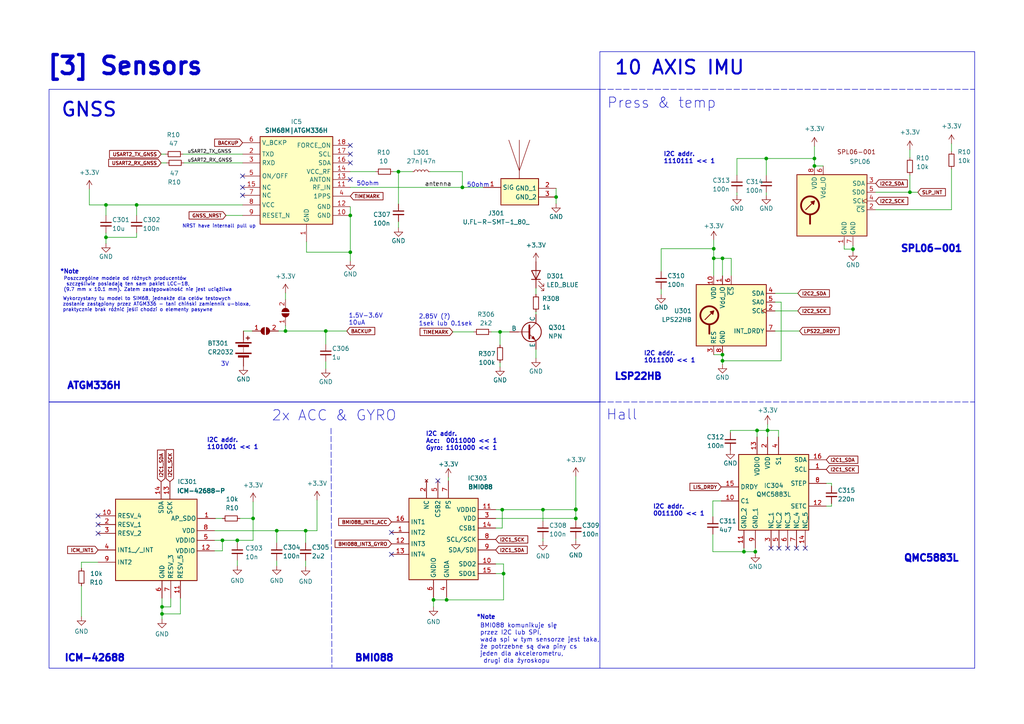
<source format=kicad_sch>
(kicad_sch (version 20230121) (generator eeschema)
  (paper "A4")
  (title_block (title "SENSORS & GNSS ") (date "2023-11-05"))
  (junction (at 80.264 153.924))
  (junction (at 134.112 54.356))
  (junction (at 64.516 156.718))
  (junction (at 30.734 68.834))
  (junction (at 82.804 96.012))
  (junction (at 219.583 124.841))
  (junction (at 167.005 150.368))
  (junction (at 101.6 62.484))
  (junction (at 236.22 48.133))
  (junction (at 157.48 147.828))
  (junction (at 209.55 104.648))
  (junction (at 145.034 96.266))
  (junction (at 73.406 150.368))
  (junction (at 39.624 59.436))
  (junction (at 167.005 147.701))
  (junction (at 207.01 74.93))
  (junction (at 129.54 173.99))
  (junction (at 219.075 160.02))
  (junction (at 209.55 102.87))
  (junction (at 68.834 156.718))
  (junction (at 167.005 147.828))
  (junction (at 145.669 147.828))
  (junction (at 101.6 73.152))
  (junction (at 222.631 124.841))
  (junction (at 88.646 153.924))
  (junction (at 215.773 160.02))
  (junction (at 236.22 45.974))
  (junction (at 161.29 57.15))
  (junction (at 146.05 166.37))
  (junction (at 46.99 178.054))
  (junction (at 222.25 45.974))
  (junction (at 247.396 72.263))
  (junction (at 46.99 176.022))
  (junction (at 30.734 59.436))
  (junction (at 209.55 74.93))
  (junction (at 115.57 49.784))
  (junction (at 94.488 96.012))
  (junction (at 263.906 55.753))
  (junction (at 125.73 173.99))
  (junction (at 207.01 72.136))
  (no_connect (at 101.6 52.07))
  (no_connect (at 225.933 159.004))
  (no_connect (at 127 139.446))
  (no_connect (at 233.553 159.004))
  (no_connect (at 223.647 159.004))
  (no_connect (at 101.6 44.704))
  (no_connect (at 70.358 51.054))
  (no_connect (at 101.6 47.244))
  (no_connect (at 70.358 54.356))
  (no_connect (at 70.358 56.642))
  (no_connect (at 28.448 154.686))
  (no_connect (at 113.538 160.782))
  (no_connect (at 101.6 42.164))
  (no_connect (at 28.448 152.146))
  (no_connect (at 231.013 159.004))
  (no_connect (at 28.448 149.606))
  (no_connect (at 113.538 154.432))
  (no_connect (at 228.473 159.004))
  (wire (pts (xy 143.764 166.37) (xy 146.05 166.37)))
  (polyline (pts (xy 173.99 116.586) (xy 173.99 14.986)))
  (wire (pts (xy 157.48 147.828) (xy 167.005 147.828)))
  (wire (pts (xy 219.583 124.841) (xy 211.836 124.841)))
  (wire (pts (xy 49.53 176.022) (xy 46.99 176.022)))
  (wire (pts (xy 94.488 96.012) (xy 100.584 96.012)))
  (wire (pts (xy 206.756 160.02) (xy 215.773 160.02)))
  (wire (pts (xy 73.406 150.368) (xy 73.406 156.718)))
  (wire (pts (xy 101.6 62.484) (xy 101.6 73.152)))
  (polyline (pts (xy 173.99 25.908) (xy 282.702 25.908)) (stroke (width 0) (type dash)))
  (wire (pts (xy 241.173 146.812) (xy 241.173 146.05)))
  (wire (pts (xy 115.57 49.784) (xy 119.634 49.784)))
  (wire (pts (xy 209.55 102.87) (xy 207.01 102.87)))
  (wire (pts (xy 167.005 147.828) (xy 167.005 150.368)))
  (wire (pts (xy 88.646 153.924) (xy 88.646 157.48)))
  (wire (pts (xy 247.396 72.263) (xy 247.396 73.025)))
  (wire (pts (xy 143.764 163.576) (xy 146.05 163.576)))
  (wire (pts (xy 244.856 71.247) (xy 244.856 72.263)))
  (wire (pts (xy 62.23 156.718) (xy 64.516 156.718)))
  (wire (pts (xy 101.6 73.152) (xy 101.6 75.692)))
  (wire (pts (xy 101.6 59.944) (xy 101.6 62.484)))
  (wire (pts (xy 62.23 159.766) (xy 64.516 159.766)))
  (polyline (pts (xy 282.702 14.986) (xy 282.702 193.802)))
  (wire (pts (xy 161.29 54.61) (xy 161.29 57.15)))
  (wire (pts (xy 212.09 74.93) (xy 209.55 74.93)))
  (wire (pts (xy 247.396 71.247) (xy 247.396 72.263)))
  (wire (pts (xy 219.075 160.02) (xy 219.075 160.528)))
  (wire (pts (xy 191.77 72.136) (xy 207.01 72.136)))
  (wire (pts (xy 238.76 48.133) (xy 236.22 48.133)))
  (wire (pts (xy 101.6 54.356) (xy 134.112 54.356)))
  (wire (pts (xy 225.806 126.746) (xy 225.806 124.841)))
  (wire (pts (xy 140.208 54.356) (xy 134.112 54.356)))
  (wire (pts (xy 124.714 49.784) (xy 134.112 49.784)))
  (wire (pts (xy 114.046 49.784) (xy 115.57 49.784)))
  (wire (pts (xy 213.741 45.974) (xy 222.25 45.974)))
  (wire (pts (xy 213.741 50.8) (xy 213.741 45.974)))
  (wire (pts (xy 80.264 162.56) (xy 80.264 164.084)))
  (wire (pts (xy 53.086 44.704) (xy 70.358 44.704)))
  (wire (pts (xy 39.624 59.436) (xy 39.624 62.484)))
  (wire (pts (xy 207.01 69.596) (xy 207.01 72.136)))
  (wire (pts (xy 91.948 145.034) (xy 91.948 153.924)))
  (wire (pts (xy 167.132 147.701) (xy 167.005 147.701)))
  (wire (pts (xy 239.649 146.812) (xy 241.173 146.812)))
  (wire (pts (xy 82.804 84.963) (xy 82.804 86.868)))
  (wire (pts (xy 88.646 153.924) (xy 91.948 153.924)))
  (wire (pts (xy 212.09 80.01) (xy 212.09 74.93)))
  (wire (pts (xy 215.773 160.02) (xy 219.075 160.02)))
  (wire (pts (xy 64.516 150.368) (xy 62.484 150.368)))
  (wire (pts (xy 80.264 153.924) (xy 88.646 153.924)))
  (wire (pts (xy 129.54 173.228) (xy 129.54 173.99)))
  (wire (pts (xy 209.169 145.288) (xy 206.756 145.288)))
  (wire (pts (xy 25.908 59.436) (xy 30.734 59.436)))
  (wire (pts (xy 222.631 123.063) (xy 222.631 124.841)))
  (wire (pts (xy 82.804 94.488) (xy 82.804 96.012)))
  (wire (pts (xy 244.856 72.263) (xy 247.396 72.263)))
  (wire (pts (xy 206.756 145.288) (xy 206.756 149.86)))
  (wire (pts (xy 224.79 87.63) (xy 226.568 87.63)))
  (wire (pts (xy 231.394 90.17) (xy 224.79 90.17)))
  (wire (pts (xy 191.77 72.136) (xy 191.77 78.74)))
  (wire (pts (xy 52.324 178.054) (xy 46.99 178.054)))
  (polyline (pts (xy 173.99 116.586) (xy 282.702 116.586)) (stroke (width 0) (type dash)))
  (wire (pts (xy 64.516 159.766) (xy 64.516 156.718)))
  (wire (pts (xy 145.669 147.828) (xy 157.48 147.828)))
  (wire (pts (xy 155.448 101.346) (xy 155.448 103.886)))
  (wire (pts (xy 231.394 85.09) (xy 224.79 85.09)))
  (wire (pts (xy 226.568 104.648) (xy 209.55 104.648)))
  (wire (pts (xy 231.902 96.012) (xy 224.79 96.012)))
  (wire (pts (xy 46.99 173.482) (xy 46.99 176.022)))
  (wire (pts (xy 52.324 173.482) (xy 52.324 178.054)))
  (wire (pts (xy 23.622 169.926) (xy 23.622 178.816)))
  (wire (pts (xy 30.734 59.436) (xy 30.734 62.484)))
  (wire (pts (xy 25.908 54.864) (xy 25.908 59.436)))
  (wire (pts (xy 143.764 147.828) (xy 145.669 147.828)))
  (wire (pts (xy 167.005 138.176) (xy 167.005 147.701)))
  (wire (pts (xy 101.6 49.784) (xy 108.966 49.784)))
  (wire (pts (xy 219.583 126.746) (xy 219.583 124.841)))
  (wire (pts (xy 275.971 41.656) (xy 275.971 43.942)))
  (wire (pts (xy 46.99 176.022) (xy 46.99 178.054)))
  (wire (pts (xy 134.112 49.784) (xy 134.112 54.356)))
  (wire (pts (xy 219.075 159.004) (xy 219.075 160.02)))
  (wire (pts (xy 222.25 50.8) (xy 222.25 45.974)))
  (wire (pts (xy 64.516 156.718) (xy 68.834 156.718)))
  (wire (pts (xy 129.54 173.99) (xy 146.05 173.99)))
  (wire (pts (xy 206.756 154.94) (xy 206.756 160.02)))
  (polyline (pts (xy 96.012 124.206) (xy 96.266 193.548)) (stroke (width 0) (type dash)))
  (wire (pts (xy 88.9 73.152) (xy 101.6 73.152)))
  (wire (pts (xy 68.834 156.718) (xy 68.834 157.48)))
  (wire (pts (xy 254 55.753) (xy 263.906 55.753)))
  (wire (pts (xy 207.01 72.136) (xy 207.01 74.93)))
  (wire (pts (xy 94.488 96.012) (xy 94.488 99.822)))
  (wire (pts (xy 275.971 49.022) (xy 275.971 60.833)))
  (wire (pts (xy 222.25 55.88) (xy 222.25 56.642)))
  (wire (pts (xy 167.005 147.828) (xy 167.005 147.701)))
  (wire (pts (xy 115.57 49.784) (xy 115.57 59.182)))
  (wire (pts (xy 161.29 57.15) (xy 161.29 59.055)))
  (wire (pts (xy 130.048 139.446) (xy 130.048 138.43)))
  (wire (pts (xy 167.005 156.21) (xy 167.005 156.718)))
  (wire (pts (xy 209.55 74.93) (xy 207.01 74.93)))
  (wire (pts (xy 236.22 45.974) (xy 236.22 48.133)))
  (wire (pts (xy 226.568 87.63) (xy 226.568 104.648)))
  (wire (pts (xy 69.596 150.368) (xy 73.406 150.368)))
  (wire (pts (xy 157.48 147.828) (xy 157.48 151.13)))
  (wire (pts (xy 88.9 73.152) (xy 88.9 70.104)))
  (wire (pts (xy 23.622 163.068) (xy 23.622 164.846)))
  (wire (pts (xy 39.624 67.564) (xy 39.624 68.834)))
  (wire (pts (xy 167.005 150.368) (xy 167.005 151.13)))
  (wire (pts (xy 215.773 159.004) (xy 215.773 160.02)))
  (wire (pts (xy 30.734 67.564) (xy 30.734 68.834)))
  (wire (pts (xy 62.23 153.924) (xy 80.264 153.924)))
  (wire (pts (xy 30.734 68.834) (xy 30.734 70.612)))
  (wire (pts (xy 254 60.833) (xy 275.971 60.833)))
  (wire (pts (xy 143.764 153.162) (xy 145.669 153.162)))
  (wire (pts (xy 143.764 150.368) (xy 167.005 150.368)))
  (wire (pts (xy 125.73 173.99) (xy 125.73 176.022)))
  (wire (pts (xy 145.034 100.076) (xy 145.034 96.266)))
  (polyline (pts (xy 173.99 14.986) (xy 282.702 14.986)))
  (wire (pts (xy 145.034 96.266) (xy 147.828 96.266)))
  (wire (pts (xy 207.01 74.93) (xy 207.01 80.01)))
  (wire (pts (xy 211.836 124.841) (xy 211.836 125.476)))
  (wire (pts (xy 80.772 96.012) (xy 82.804 96.012)))
  (wire (pts (xy 48.26 47.244) (xy 46.736 47.244)))
  (wire (pts (xy 241.173 140.97) (xy 241.173 140.208)))
  (wire (pts (xy 142.494 96.266) (xy 145.034 96.266)))
  (wire (pts (xy 68.834 162.56) (xy 68.834 164.084)))
  (wire (pts (xy 209.55 104.648) (xy 209.55 102.87)))
  (wire (pts (xy 46.99 178.054) (xy 46.99 179.578)))
  (wire (pts (xy 145.034 105.156) (xy 145.034 106.426)))
  (wire (pts (xy 225.806 124.841) (xy 222.631 124.841)))
  (wire (pts (xy 155.448 83.566) (xy 155.448 85.344)))
  (wire (pts (xy 125.73 173.99) (xy 129.54 173.99)))
  (wire (pts (xy 39.624 68.834) (xy 30.734 68.834)))
  (wire (pts (xy 46.736 44.704) (xy 48.006 44.704)))
  (wire (pts (xy 82.804 96.012) (xy 94.488 96.012)))
  (wire (pts (xy 219.583 124.841) (xy 222.631 124.841)))
  (wire (pts (xy 88.646 162.56) (xy 88.646 164.338)))
  (wire (pts (xy 213.741 55.88) (xy 213.741 56.642)))
  (wire (pts (xy 236.22 42.418) (xy 236.22 45.974)))
  (wire (pts (xy 115.57 64.262) (xy 115.57 66.04)))
  (wire (pts (xy 49.53 173.482) (xy 49.53 176.022)))
  (wire (pts (xy 73.406 145.542) (xy 73.406 150.368)))
  (wire (pts (xy 137.414 96.266) (xy 131.318 96.266)))
  (wire (pts (xy 222.631 124.841) (xy 222.631 126.746)))
  (wire (pts (xy 80.264 153.924) (xy 80.264 157.48)))
  (wire (pts (xy 209.55 80.01) (xy 209.55 74.93)))
  (wire (pts (xy 241.173 140.208) (xy 239.649 140.208)))
  (wire (pts (xy 53.34 47.244) (xy 70.358 47.244)))
  (wire (pts (xy 94.488 104.902) (xy 94.488 106.934)))
  (wire (pts (xy 145.669 153.162) (xy 145.669 147.828)))
  (wire (pts (xy 155.448 90.424) (xy 155.448 91.186)))
  (wire (pts (xy 39.624 59.436) (xy 70.358 59.436)))
  (wire (pts (xy 146.05 166.37) (xy 146.05 173.99)))
  (wire (pts (xy 146.05 163.576) (xy 146.05 166.37)))
  (wire (pts (xy 209.55 105.664) (xy 209.55 104.648)))
  (wire (pts (xy 263.906 55.753) (xy 266.192 55.753)))
  (wire (pts (xy 191.77 83.82) (xy 191.77 85.344)))
  (polyline (pts (xy 173.99 193.802) (xy 282.702 193.802)))
  (wire (pts (xy 222.25 45.974) (xy 236.22 45.974)))
  (wire (pts (xy 125.73 173.228) (xy 125.73 173.99)))
  (wire (pts (xy 263.906 43.434) (xy 263.906 45.72)))
  (wire (pts (xy 65.532 62.484) (xy 70.358 62.484)))
  (wire (pts (xy 263.906 50.8) (xy 263.906 55.753)))
  (wire (pts (xy 68.834 156.718) (xy 73.406 156.718)))
  (wire (pts (xy 30.734 59.436) (xy 39.624 59.436)))
  (wire (pts (xy 28.448 163.068) (xy 23.622 163.068)))
  (wire (pts (xy 157.48 156.21) (xy 157.48 156.972)))
  (wire (pts (xy 70.612 96.012) (xy 73.152 96.012)))
  (rectangle (start 14.224 25.908) (end 173.99 116.586))
  (rectangle (start 14.224 116.586) (end 173.99 193.802))
  (text "Poszczególne modele od różnych producentów\n szczęśliwie posiadają ten sam pakiet LCC-18, \n(9.7 mm x 10.1 mm). Zatem zastępowalność nie jest uciążliwa" (at 18.415 84.709 0) (effects (font (size 1 1)) (justify left bottom)))
  (text "I2C addr. \n0011100 << 1\n" (at 189.357 149.86 0) (effects (font (size 1.27 1.27) (thickness 0.254) bold) (justify left bottom)))
  (text "I2C addr. \nAcc:  0011000 << 1\nGyro: 1101000 << 1" (at 123.444 130.81 0) (effects (font (size 1.27 1.27) (thickness 0.254) bold) (justify left bottom)))
  (text "BMI088 komunikuje się \nprzez I2C lub SPI, \nwada spi w tym sensorze jest taka, \nże potrzebne są dwa piny cs \njeden dla akcelerometru,\n drugi dla żyroskopu " (at 139.192 192.532 0) (effects (font (size 1.27 1.27)) (justify left bottom)))
  (text "*Note" (at 138.176 179.832 0) (effects (font (size 1.27 1.27) (thickness 0.254) bold) (justify left bottom)))
  (text "[3] Sensors" (at 13.335 22.225 0) (effects (font (size 5 5) bold) (justify left bottom)))
  (text "I2C addr. \n1011100 << 1\n" (at 186.69 105.41 0) (effects (font (size 1.27 1.27) (thickness 0.254) bold) (justify left bottom)))
  (text "NRST have internall pull up \n" (at 52.832 66.294 0) (effects (font (size 1 1)) (justify left bottom)))
  (text "I2C addr. \n1110111 << 1\n" (at 192.405 47.625 0) (effects (font (size 1.27 1.27) (thickness 0.254) bold) (justify left bottom)))
  (text "SPL06-001" (at 261.112 73.406 0) (effects (font (size 2 2) (thickness 0.6) bold) (justify left bottom)))
  (text "2x ACC & GYRO " (at 78.74 122.428 0) (effects (font (size 3 3)) (justify left bottom)))
  (text "ATGM336H" (at 19.304 113.157 0) (effects (font (size 2 2) (thickness 0.6) bold) (justify left bottom)))
  (text "Hall" (at 175.768 122.174 0) (effects (font (size 3 3)) (justify left bottom)))
  (text "Press & temp " (at 176.022 31.75 0) (effects (font (size 3 3)) (justify left bottom)))
  (text "50ohm\n" (at 135.382 54.483 0) (effects (font (size 1.27 1.27)) (justify left bottom)))
  (text "ICM-42688" (at 18.542 192.151 0) (effects (font (size 2 2) (thickness 0.6) bold) (justify left bottom)))
  (text "LSP22HB" (at 178.054 110.49 0) (effects (font (size 2 2) (thickness 0.6) bold) (justify left bottom)))
  (text "*Note" (at 17.399 79.629 0) (effects (font (size 1.27 1.27) (thickness 0.254) bold) (justify left bottom)))
  (text "10 AXIS IMU " (at 178.054 22.098 0) (effects (font (size 4 4) (thickness 0.6) bold) (justify left bottom)))
  (text "2.85V (?)\n1sek lub 0.1sek\n" (at 121.412 94.742 0) (effects (font (size 1.27 1.27)) (justify left bottom)))
  (text "3V" (at 64.008 106.426 0) (effects (font (size 1.27 1.27)) (justify left bottom)))
  (text "BMI088\n" (at 102.743 192.151 0) (effects (font (size 2 2) (thickness 0.6) bold) (justify left bottom)))
  (text "QMC5883L\n" (at 262.001 163.195 0) (effects (font (size 2 2) (thickness 0.6) bold) (justify left bottom)))
  (text "I2C addr. \n1101001 << 1\n" (at 59.944 130.556 0) (effects (font (size 1.27 1.27) (thickness 0.254) bold) (justify left bottom)))
  (text "Wykorzystany tu model to SIM68, jednakże dla celów testowych\nzostanie zastąpiony przez ATGM336 - tani chiński zamiennik u-bloxa, \npraktycznie brak różnić jeśli chodzi o elementy pasywne" (at 18.161 90.551 0) (effects (font (size 1 1)) (justify left bottom)))
  (text "GNSS\n" (at 17.526 34.29 0) (effects (font (size 4 4) (thickness 0.6) bold) (justify left bottom)))
  (text "50ohm\n" (at 103.378 54.102 0) (effects (font (size 1.27 1.27)) (justify left bottom)))
  (text "1.5V-3.6V\n10uA\n" (at 101.092 94.488 0) (effects (font (size 1.27 1.27)) (justify left bottom)))
  (label "antenna" (at 123.19 54.356 0))
  (label "uSART2_TX_GNSS" (at 54.356 44.704 0) (effects (font (size 1 1))))
  (label "uSART2_RX_GNSS" (at 54.356 47.244 0) (effects (font (size 1 1))))
  (global_label "I2C2_SDA" (shape input) (at 231.394 85.09 0) (effects (font (size 1 1) (thickness 0.2) bold)) (property "Intersheetrefs" "${INTERSHEET_REFS}" (effects hide)))
  (global_label "BMI088_INT3_GYRO" (shape input) (at 113.538 157.734 180) (effects (font (size 1 1) (thickness 0.2) bold)) (property "Intersheetrefs" "${INTERSHEET_REFS}" (effects hide)))
  (global_label "I2C1_SCK" (shape input) (at 143.764 156.464 0) (effects (font (size 1 1) (thickness 0.2) bold)) (property "Intersheetrefs" "${INTERSHEET_REFS}" (effects hide)))
  (global_label "GNSS_NRST" (shape input) (at 65.532 62.484 180) (effects (font (size 1 1) (thickness 0.2) bold)) (property "Intersheetrefs" "${INTERSHEET_REFS}" (effects hide)))
  (global_label "I2C1_SDA" (shape input) (at 46.736 139.7 90) (effects (font (size 1 1) (thickness 0.2) bold)) (property "Intersheetrefs" "${INTERSHEET_REFS}" (effects hide)))
  (global_label "I2C1_SCK" (shape input) (at 49.276 139.7 90) (effects (font (size 1 1) (thickness 0.2) bold)) (property "Intersheetrefs" "${INTERSHEET_REFS}" (effects hide)))
  (global_label "ICM_INT1" (shape input) (at 28.448 159.512 180) (effects (font (size 1 1) (thickness 0.2) bold)) (property "Intersheetrefs" "${INTERSHEET_REFS}" (effects hide)))
  (global_label "I2C1_SDA" (shape input) (at 143.764 159.512 0) (effects (font (size 1 1) (thickness 0.2) bold)) (property "Intersheetrefs" "${INTERSHEET_REFS}" (effects hide)))
  (global_label "I2C1_SDA" (shape input) (at 239.649 133.35 0) (effects (font (size 1 1) (thickness 0.2) bold)) (property "Intersheetrefs" "${INTERSHEET_REFS}" (effects hide)))
  (global_label "USART2_RX_GNSS" (shape input) (at 46.736 47.244 180) (effects (font (size 1 1) (thickness 0.2) bold)) (property "Intersheetrefs" "${INTERSHEET_REFS}" (effects hide)))
  (global_label "BMI088_INT1_ACC" (shape input) (at 113.538 151.384 180) (effects (font (size 1 1) (thickness 0.2) bold)) (property "Intersheetrefs" "${INTERSHEET_REFS}" (effects hide)))
  (global_label "I2C2_SDA" (shape input) (at 254 53.213 0) (effects (font (size 1 1) (thickness 0.2) bold)) (property "Intersheetrefs" "${INTERSHEET_REFS}" (effects hide)))
  (global_label "TIMEMARK" (shape input) (at 131.318 96.266 180) (effects (font (size 1 1) (thickness 0.2) bold)) (property "Intersheetrefs" "${INTERSHEET_REFS}" (effects hide)))
  (global_label "BACKUP" (shape input) (at 100.584 96.012 0) (effects (font (size 1 1) (thickness 0.2) bold)) (property "Intersheetrefs" "${INTERSHEET_REFS}" (effects hide)))
  (global_label "SLP_INT" (shape input) (at 266.192 55.753 0) (effects (font (size 1 1) (thickness 0.2) bold)) (property "Intersheetrefs" "${INTERSHEET_REFS}" (effects hide)))
  (global_label "I2C2_SCK" (shape input) (at 254 58.293 0) (effects (font (size 1 1) (thickness 0.2) bold)) (property "Intersheetrefs" "${INTERSHEET_REFS}" (effects hide)))
  (global_label "LIS_DRDY" (shape input) (at 209.169 141.224 180) (effects (font (size 1 1) (thickness 0.2) bold)) (property "Intersheetrefs" "${INTERSHEET_REFS}" (effects hide)))
  (global_label "TIMEMARK" (shape input) (at 101.6 56.896 0) (effects (font (size 1 1) (thickness 0.2) bold)) (property "Intersheetrefs" "${INTERSHEET_REFS}" (effects hide)))
  (global_label "I2C2_SCK" (shape input) (at 231.394 90.17 0) (effects (font (size 1 1) (thickness 0.2) bold)) (property "Intersheetrefs" "${INTERSHEET_REFS}" (effects hide)))
  (global_label "LPS22_DRDY" (shape input) (at 231.902 96.012 0) (effects (font (size 1 1) (thickness 0.2) bold)) (property "Intersheetrefs" "${INTERSHEET_REFS}" (effects hide)))
  (global_label "BACKUP" (shape input) (at 70.358 41.402 180) (effects (font (size 1 1) (thickness 0.2) bold)) (property "Intersheetrefs" "${INTERSHEET_REFS}" (effects hide)))
  (global_label "USART2_TX_GNSS" (shape input) (at 46.736 44.704 180) (effects (font (size 1 1) (thickness 0.2) bold)) (property "Intersheetrefs" "${INTERSHEET_REFS}" (effects hide)))
  (global_label "I2C1_SCK" (shape input) (at 239.649 136.144 0) (effects (font (size 1 1) (thickness 0.2) bold)) (property "Intersheetrefs" "${INTERSHEET_REFS}" (effects hide)))
  (symbol (lib_id "power:GND") (at 209.55 105.664 0) (unit 1)
    (property "Reference" "#PWR0118" (effects hide))
    (property "Value" "GND" (at 209.55 109.474 0))
    (instances (project "SYSTEM_KONTROLI_LOTU" (path "" (reference "#PWR0326") (unit 1))))
  )
  (symbol (lib_id "power:GND") (at 157.48 156.972 0) (unit 1)
    (property "Reference" "#PWR0111" (effects hide))
    (property "Value" "GND" (at 157.48 161.29 0))
    (instances (project "SYSTEM_KONTROLI_LOTU" (path "" (reference "#PWR0320") (unit 1))))
  )
  (symbol (lib_id "power:+3.3V") (at 25.908 54.864 0) (unit 1)
    (property "Reference" "#PWR092" (effects hide))
    (property "Value" "+3.3V" (at 25.908 50.038 0))
    (instances (project "SYSTEM_KONTROLI_LOTU" (path "" (reference "#PWR0302") (unit 1))))
  )
  (symbol (lib_id "Device:C_Small") (at 241.173 143.51 0) (unit 1)
    (property "Reference" "C418" (at 242.951 142.24 0) (effects (justify left)))
    (property "Value" "220n" (at 242.951 144.78 0) (effects (justify left)))
    (property "Footprint" "Capacitor_SMD:C_0402_1005Metric" (effects hide))
    (property "LCSC PART #" "C16772" (effects hide))
    (property "JLCPCB Part #" "C16772" (effects hide))
    (instances (project "SYSTEM_KONTROLI_LOTU" (path "" (reference "C315") (unit 1))))
  )
  (symbol (lib_id "Device:C_Small") (at 94.488 102.362 0) (unit 1)
    (property "Reference" "C406" (at 96.266 101.092 0) (effects (justify left)))
    (property "Value" "1u" (at 96.266 103.632 0) (effects (justify left)))
    (property "Footprint" "Capacitor_SMD:C_0402_1005Metric" (effects hide))
    (property "LCSC PART #" "C23630" (effects hide))
    (property "JLCPCB Part #" "C52923" (effects hide))
    (instances (project "SYSTEM_KONTROLI_LOTU" (path "" (reference "C306") (unit 1))))
  )
  (symbol (lib_id "power:+3.3V") (at 91.948 145.034 0) (unit 1)
    (property "Reference" "#PWR0101" (effects hide))
    (property "Value" "+3.3V" (at 91.948 140.208 0))
    (instances (project "SYSTEM_KONTROLI_LOTU" (path "" (reference "#PWR0311") (unit 1))))
  )
  (symbol (lib_id "power:+3.3V") (at 275.971 41.656 0) (unit 1)
    (property "Reference" "#PWR046" (effects hide))
    (property "Value" "+3.3V" (at 275.971 36.576 0))
    (instances (project "SYSTEM_KONTROLI_LOTU" (path "" (reference "#PWR0335") (unit 1))))
  )
  (symbol (lib_id "Device:C_Small") (at 206.756 152.4 0) (unit 1)
    (property "Reference" "C412" (at 208.534 151.13 0) (effects (justify left)))
    (property "Value" "4u7" (at 208.534 153.67 0) (effects (justify left)))
    (property "Footprint" "Capacitor_SMD:C_0603_1608Metric" (effects hide))
    (property "LCSC PART #" "C19666" (effects hide))
    (property "JLCPCB Part #" "C19666" (effects hide))
    (instances (project "SYSTEM_KONTROLI_LOTU" (path "" (reference "C311") (unit 1))))
  )
  (symbol (lib_id "Device:Battery") (at 70.612 101.092 0) (unit 1)
    (property "Reference" "BT1" (at 60.198 99.568 0) (effects (justify left)))
    (property "Value" "CR2032" (at 60.198 102.108 0) (effects (justify left)))
    (property "Footprint" "Battery:BatteryHolder_Keystone_1060_1x2032" (effects hide))
    (instances (project "SYSTEM_KONTROLI_LOTU" (path "" (reference "BT301") (unit 1))))
  )
  (symbol (lib_id "Device:C_Small") (at 213.741 53.34 0) (unit 1)
    (property "Reference" "C416" (at 206.629 52.324 0) (effects (justify left)))
    (property "Value" "100n" (at 206.629 54.864 0) (effects (justify left)))
    (property "Footprint" "Capacitor_SMD:C_0402_1005Metric" (effects hide))
    (property "LCSC PART #" "C307331" (effects hide))
    (property "JLCPCB Part #" "C307331" (effects hide))
    (instances (project "SYSTEM_KONTROLI_LOTU" (path "" (reference "C313") (unit 1))))
  )
  (symbol (lib_id "power:GND") (at 211.836 130.556 0) (unit 1)
    (property "Reference" "#PWR044" (effects hide))
    (property "Value" "GND" (at 211.836 134.366 0))
    (instances (project "SYSTEM_KONTROLI_LOTU" (path "" (reference "#PWR0327") (unit 1))))
  )
  (symbol (lib_id "Device:C_Small") (at 39.624 65.024 0) (unit 1)
    (property "Reference" "C402" (at 41.402 63.754 0) (effects (justify left)))
    (property "Value" "100n" (at 41.402 66.294 0) (effects (justify left)))
    (property "Footprint" "Capacitor_SMD:C_0402_1005Metric" (effects hide))
    (property "LCSC PART #" "C307331" (effects hide))
    (property "JLCPCB Part #" "C307331" (effects hide))
    (instances (project "SYSTEM_KONTROLI_LOTU" (path "" (reference "C302") (unit 1))))
  )
  (symbol (lib_id "power:+3.3V") (at 167.005 138.176 0) (unit 1)
    (property "Reference" "#PWR0112" (effects hide))
    (property "Value" "+3.3V" (at 167.005 133.35 0))
    (instances (project "SYSTEM_KONTROLI_LOTU" (path "" (reference "#PWR0322") (unit 1))))
  )
  (symbol (lib_id "SamacSys_Parts:QMC5883L") (at 209.169 144.526 0) (unit 1)
    (property "Reference" "IC3" (at 224.409 140.843 0))
    (property "Value" "QMC5883L" (at 224.409 143.383 0))
    (property "Footprint" "SamacSys_Parts:QMC5883L" (effects hide))
    (property "Datasheet" "https://datasheet.lcsc.com/lcsc/2012221837_QST-QMC5883L_C976032.pdf" (effects hide))
    (property "Height" "1.02" (effects hide))
    (property "Manufacturer_Name" "QST" (effects hide))
    (property "Manufacturer_Part_Number" "QMC5883L" (effects hide))
    (instances (project "SYSTEM_KONTROLI_LOTU" (path "" (reference "IC304") (unit 1))))
  )
  (symbol (lib_id "power:GND") (at 155.448 103.886 0) (unit 1)
    (property "Reference" "#PWR0110" (effects hide))
    (property "Value" "GND" (at 155.448 107.696 0))
    (instances (project "SYSTEM_KONTROLI_LOTU" (path "" (reference "#PWR0319") (unit 1))))
  )
  (symbol (lib_id "Device:R_Small") (at 263.906 48.26 180) (unit 1)
    (property "Reference" "R10" (at 267.589 45.847 0))
    (property "Value" "10k" (at 267.589 48.387 0))
    (property "Footprint" "Resistor_SMD:R_0402_1005Metric" (effects hide))
    (property "LCSC PART #" "C25744" (effects hide))
    (property "JLCPCB Part #" "C25744" (effects hide))
    (instances (project "SYSTEM_KONTROLI_LOTU" (path "" (reference "R10") (unit 1)) (path "" (reference "R309") (unit 1))))
  )
  (symbol (lib_id "power:GND") (at 161.29 59.055 0) (unit 1)
    (property "Reference" "#PWR045" (effects hide))
    (property "Value" "GND" (at 161.29 62.865 0))
    (instances (project "SYSTEM_KONTROLI_LOTU" (path "" (reference "#PWR0321") (unit 1))))
  )
  (symbol (lib_id "power:GND") (at 145.034 106.426 0) (unit 1)
    (property "Reference" "#PWR017" (effects hide))
    (property "Value" "GND" (at 145.034 110.236 0))
    (instances (project "SYSTEM_KONTROLI_LOTU" (path "" (reference "#PWR0317") (unit 1))))
  )
  (symbol (lib_id "Device:R_Small") (at 67.056 150.368 270) (unit 1)
    (property "Reference" "R10" (at 67.31 147.32 90))
    (property "Value" "10k" (at 67.31 144.78 90))
    (property "Footprint" "Resistor_SMD:R_0402_1005Metric" (effects hide))
    (property "LCSC PART #" "C25744" (effects hide))
    (property "JLCPCB Part #" "C25744" (effects hide))
    (instances (project "SYSTEM_KONTROLI_LOTU" (path "" (reference "R10") (unit 1)) (path "" (reference "R304") (unit 1))))
  )
  (symbol (lib_id "power:GND") (at 70.612 106.172 0) (unit 1)
    (property "Reference" "#PWR099" (effects hide))
    (property "Value" "GND" (at 70.612 109.982 0))
    (instances (project "SYSTEM_KONTROLI_LOTU" (path "" (reference "#PWR0306") (unit 1))))
  )
  (symbol (lib_id "Simulation_SPICE:NPN") (at 152.908 96.266 0) (unit 1)
    (property "Reference" "Q2" (at 159.004 94.996 0) (effects (justify left)))
    (property "Value" "NPN" (at 159.004 97.536 0) (effects (justify left)))
    (property "Footprint" "Package_TO_SOT_SMD:SOT-23" (effects hide))
    (property "Sim.Device" "NPN" (effects hide))
    (property "Sim.Type" "GUMMELPOON" (effects hide))
    (property "Sim.Pins" "1=C 2=B 3=E" (effects hide))
    (property "LCSC PART #" "C20526" (effects hide))
    (property "JLCPCB Part #" "C20526" (effects hide))
    (instances (project "SYSTEM_KONTROLI_LOTU" (path "" (reference "Q301") (unit 1))))
  )
  (symbol (lib_id "power:GND") (at 80.264 164.084 0) (unit 1)
    (property "Reference" "#PWR097" (effects hide))
    (property "Value" "GND" (at 80.264 168.402 0))
    (instances (project "SYSTEM_KONTROLI_LOTU" (path "" (reference "#PWR0308") (unit 1))))
  )
  (symbol (lib_id "Device:R_Small") (at 50.546 44.704 90) (mirror x) (unit 1)
    (property "Reference" "R10" (at 50.292 39.116 90))
    (property "Value" "47" (at 50.292 41.656 90))
    (property "Footprint" "Resistor_SMD:R_0402_1005Metric" (effects hide))
    (property "LCSC PART #" "C25092" (effects hide))
    (property "JLCPCB Part #" "C25092" (effects hide))
    (instances (project "SYSTEM_KONTROLI_LOTU" (path "" (reference "R10") (unit 1)) (path "" (reference "R302") (unit 1))))
  )
  (symbol (lib_id "power:GND") (at 222.25 56.642 0) (unit 1)
    (property "Reference" "#PWR0124" (effects hide))
    (property "Value" "GND" (at 222.25 60.452 0))
    (instances (project "SYSTEM_KONTROLI_LOTU" (path "" (reference "#PWR0330") (unit 1))))
  )
  (symbol (lib_id "power:GND") (at 125.73 176.022 0) (unit 1)
    (property "Reference" "#PWR0107" (effects hide))
    (property "Value" "GND" (at 125.73 180.34 0))
    (instances (project "SYSTEM_KONTROLI_LOTU" (path "" (reference "#PWR0315") (unit 1))))
  )
  (symbol (lib_id "SamacSys_Parts:ATGM336H-5N11") (at 68.326 45.974 0) (unit 1)
    (property "Reference" "IC5" (at 85.979 35.306 0))
    (property "Value" "SIM68M|ATGM336H" (at 85.979 37.846 0) (effects (font bold)))
    (property "Footprint" "SamacSys_Parts:ATGM336H5N31" (effects hide))
    (property "Datasheet" "https://content.u-blox.com/sites/default/files/MAX-M10S_IntegrationManual_UBX-20053088.pdf" (effects hide))
    (property "Height" "2.7" (effects hide))
    (property "Mouser Part Number" "377-MAX-M10S-00B" (effects hide))
    (property "Mouser Price/Stock" "https://www.mouser.co.uk/ProductDetail/u-blox/MAX-M10S-00B?qs=A6eO%252BMLsxmT0PfQYPb7LLQ%3D%3D" (effects hide))
    (property "Manufacturer_Name" "U-Blox" (effects hide))
    (property "Manufacturer_Part_Number" "MAX-M10S-00B" (effects hide))
    (instances (project "SYSTEM_KONTROLI_LOTU" (path "" (reference "IC5") (unit 1)) (path "" (reference "IC302") (unit 1))))
  )
  (symbol (lib_id "SamacSys_Parts:ICM-42688-P") (at 20.574 150.368 0) (unit 1)
    (property "Reference" "IC6" (at 51.4701 139.7 0) (effects (justify left)))
    (property "Value" "ICM-42688-P" (at 51.181 142.367 0) (effects (font bold) (justify left)))
    (property "Footprint" "SamacSys_Parts:IIM42352" (effects hide))
    (property "Datasheet" "https://3cfeqx1hf82y3xcoull08ihx-wpengine.netdna-ssl.com/wp-content/uploads/2021/06/DS-000347-ICM-42688-P-v1.5.pdf" (effects hide))
    (property "Manufacturer_Name" "TDK" (effects hide))
    (property "Manufacturer_Part_Number" "ICM-42688-P" (effects hide))
    (property "Mouser Part Number" "410-ICM-42688-P" (effects hide))
    (property "Mouser Price/Stock" "https://www.mouser.co.uk/ProductDetail/TDK-InvenSense/ICM-42688-P?qs=OlC7AqGiEDk8QrNAV728zw%3D%3D" (effects hide))
    (property "Arrow Part Number" "ICM-42688-P" (effects hide))
    (property "Arrow Price/Stock" "https://www.arrow.com/en/products/icm-42688-p/invensense?region=europe" (effects hide))
    (property "LCSC PART #" "C1850418" (effects hide))
    (property "JLCPCB Part #" "C1850418" (effects hide))
    (instances (project "SYSTEM_KONTROLI_LOTU" (path "" (reference "IC301") (unit 1))))
  )
  (symbol (lib_id "power:GND") (at 30.734 70.612 0) (unit 1)
    (property "Reference" "#PWR093" (effects hide))
    (property "Value" "GND" (at 30.734 74.422 0))
    (instances (project "SYSTEM_KONTROLI_LOTU" (path "" (reference "#PWR0303") (unit 1))))
  )
  (symbol (lib_id "power:+3.3V") (at 263.906 43.434 0) (unit 1)
    (property "Reference" "#PWR0125" (effects hide))
    (property "Value" "+3.3V" (at 263.906 38.354 0))
    (instances (project "SYSTEM_KONTROLI_LOTU" (path "" (reference "#PWR0334") (unit 1))))
  )
  (symbol (lib_id "Jumper:SolderJumper_2_Open") (at 76.962 96.012 0) (unit 1)
    (property "Reference" "JP2" (effects hide))
    (property "Value" "SolderJumper_2_Open" (effects hide))
    (property "Footprint" "Jumper:SolderJumper-2_P1.3mm_Open_TrianglePad1.0x1.5mm" (effects hide))
    (instances (project "SYSTEM_KONTROLI_LOTU" (path "" (reference "JP301") (unit 1))))
  )
  (symbol (lib_id "power:+3.3V") (at 82.804 84.963 0) (unit 1)
    (property "Reference" "#PWR098" (effects hide))
    (property "Value" "+3.3V" (at 82.804 80.137 0))
    (instances (project "SYSTEM_KONTROLI_LOTU" (path "" (reference "#PWR0309") (unit 1))))
  )
  (symbol (lib_id "power:GND") (at 247.396 73.025 0) (unit 1)
    (property "Reference" "#PWR0122" (effects hide))
    (property "Value" "GND" (at 247.396 76.835 0))
    (instances (project "SYSTEM_KONTROLI_LOTU" (path "" (reference "#PWR0333") (unit 1))))
  )
  (symbol (lib_id "Device:C_Small") (at 211.836 128.016 0) (mirror y) (unit 1)
    (property "Reference" "C413" (at 210.058 126.746 0) (effects (justify left)))
    (property "Value" "100n" (at 210.058 129.286 0) (effects (justify left)))
    (property "Footprint" "Capacitor_SMD:C_0402_1005Metric" (effects hide))
    (property "LCSC PART #" "C307331" (effects hide))
    (property "JLCPCB Part #" "C307331" (effects hide))
    (instances (project "SYSTEM_KONTROLI_LOTU" (path "" (reference "C312") (unit 1))))
  )
  (symbol (lib_id "Device:R_Small") (at 275.971 46.482 180) (unit 1)
    (property "Reference" "R10" (at 279.654 44.069 0))
    (property "Value" "10k" (at 279.654 46.609 0))
    (property "Footprint" "Resistor_SMD:R_0402_1005Metric" (effects hide))
    (property "LCSC PART #" "C25744" (effects hide))
    (property "JLCPCB Part #" "C25744" (effects hide))
    (instances (project "SYSTEM_KONTROLI_LOTU" (path "" (reference "R10") (unit 1)) (path "" (reference "R310") (unit 1))))
  )
  (symbol (lib_id "Device:LED") (at 155.448 79.756 90) (unit 1)
    (property "Reference" "D7" (at 158.496 80.0735 90) (effects (justify right)))
    (property "Value" "LED_BLUE" (at 158.496 82.6135 90) (effects (justify right)))
    (property "Footprint" "Diode_SMD:D_0603_1608Metric" (effects hide))
    (property "LCSC PART #" "C72041" (effects hide))
    (property "JLCPCB Part #" "C72041" (effects hide))
    (instances (project "SYSTEM_KONTROLI_LOTU" (path "" (reference "D301") (unit 1))))
  )
  (symbol (lib_id "Device:R_Small") (at 23.622 167.386 180) (unit 1)
    (property "Reference" "R10" (at 27.94 168.91 0))
    (property "Value" "10k" (at 27.94 166.37 0))
    (property "Footprint" "Resistor_SMD:R_0402_1005Metric" (effects hide))
    (property "LCSC PART #" "C25744" (effects hide))
    (property "JLCPCB Part #" "C25744" (effects hide))
    (instances (project "SYSTEM_KONTROLI_LOTU" (path "" (reference "R10") (unit 1)) (path "" (reference "R301") (unit 1))))
  )
  (symbol (lib_id "Device:C_Small") (at 191.77 81.28 0) (unit 1)
    (property "Reference" "C415" (at 193.548 80.01 0) (effects (justify left)))
    (property "Value" "100n" (at 193.548 82.55 0) (effects (justify left)))
    (property "Footprint" "Capacitor_SMD:C_0402_1005Metric" (effects hide))
    (property "LCSC PART #" "C307331" (effects hide))
    (property "JLCPCB Part #" "C307331" (effects hide))
    (instances (project "SYSTEM_KONTROLI_LOTU" (path "" (reference "C310") (unit 1))))
  )
  (symbol (lib_id "power:GND") (at 167.005 156.718 0) (unit 1)
    (property "Reference" "#PWR0113" (effects hide))
    (property "Value" "GND" (at 167.005 161.036 0))
    (instances (project "SYSTEM_KONTROLI_LOTU" (path "" (reference "#PWR0323") (unit 1))))
  )
  (symbol (lib_id "power:GND") (at 94.488 106.934 0) (unit 1)
    (property "Reference" "#PWR0103" (effects hide))
    (property "Value" "GND" (at 94.488 110.744 0))
    (instances (project "SYSTEM_KONTROLI_LOTU" (path "" (reference "#PWR0312") (unit 1))))
  )
  (symbol (lib_id "power:+3.3V") (at 155.448 75.946 0) (unit 1)
    (property "Reference" "#PWR0109" (effects hide))
    (property "Value" "+3.3V" (at 155.448 71.12 0))
    (instances (project "SYSTEM_KONTROLI_LOTU" (path "" (reference "#PWR0318") (unit 1))))
  )
  (symbol (lib_id "power:GND") (at 115.57 66.04 0) (unit 1)
    (property "Reference" "#PWR0105" (effects hide))
    (property "Value" "GND" (at 115.57 69.85 0))
    (instances (project "SYSTEM_KONTROLI_LOTU" (path "" (reference "#PWR0314") (unit 1))))
  )
  (symbol (lib_id "power:GND") (at 23.622 178.816 0) (unit 1)
    (property "Reference" "#PWR030" (effects hide))
    (property "Value" "GND" (at 23.622 183.134 0))
    (instances (project "SYSTEM_KONTROLI_LOTU" (path "" (reference "#PWR0301") (unit 1))))
  )
  (symbol (lib_id "Device:C_Small") (at 115.57 61.722 0) (unit 1)
    (property "Reference" "C403" (at 108.204 62.23 0) (effects (justify left)))
    (property "Value" "100n" (at 108.204 64.77 0) (effects (justify left)))
    (property "Footprint" "Capacitor_SMD:C_0402_1005Metric" (effects hide))
    (property "LCSC PART #" "C307331" (effects hide))
    (property "JLCPCB Part #" "C307331" (effects hide))
    (instances (project "SYSTEM_KONTROLI_LOTU" (path "" (reference "C307") (unit 1))))
  )
  (symbol (lib_id "Device:R_Small") (at 50.8 47.244 90) (unit 1)
    (property "Reference" "R10" (at 50.546 52.832 90))
    (property "Value" "47" (at 50.546 50.292 90))
    (property "Footprint" "Resistor_SMD:R_0402_1005Metric" (effects hide))
    (property "LCSC PART #" "C25092" (effects hide))
    (property "JLCPCB Part #" "C25092" (effects hide))
    (instances (project "SYSTEM_KONTROLI_LOTU" (path "" (reference "R10") (unit 1)) (path "" (reference "R303") (unit 1))))
  )
  (symbol (lib_id "power:GND") (at 68.834 164.084 0) (unit 1)
    (property "Reference" "#PWR095" (effects hide))
    (property "Value" "GND" (at 68.834 168.402 0))
    (instances (project "SYSTEM_KONTROLI_LOTU" (path "" (reference "#PWR0305") (unit 1))))
  )
  (symbol (lib_id "Device:L_Small") (at 122.174 49.784 90) (unit 1)
    (property "Reference" "L2" (at 122.174 44.196 90))
    (property "Value" "27n|47n" (at 122.174 46.736 90))
    (property "Footprint" "Inductor_SMD:L_0603_1608Metric" (effects hide))
    (instances (project "SYSTEM_KONTROLI_LOTU" (path "" (reference "L301") (unit 1))))
  )
  (symbol (lib_id "power:GND") (at 101.6 75.692 0) (unit 1)
    (property "Reference" "#PWR0104" (effects hide))
    (property "Value" "GND" (at 101.6 79.502 0))
    (instances (project "SYSTEM_KONTROLI_LOTU" (path "" (reference "#PWR0313") (unit 1))))
  )
  (symbol (lib_id "power:GND") (at 88.646 164.338 0) (unit 1)
    (property "Reference" "#PWR0100" (effects hide))
    (property "Value" "GND" (at 88.646 168.656 0))
    (instances (project "SYSTEM_KONTROLI_LOTU" (path "" (reference "#PWR0310") (unit 1))))
  )
  (symbol (lib_id "power:GND") (at 191.77 85.344 0) (unit 1)
    (property "Reference" "#PWR0115" (effects hide))
    (property "Value" "GND" (at 191.77 89.154 0))
    (instances (project "SYSTEM_KONTROLI_LOTU" (path "" (reference "#PWR0324") (unit 1))))
  )
  (symbol (lib_id "Sensor_Pressure:LPS22HB") (at 212.09 92.71 0) (unit 1)
    (property "Reference" "U1" (at 200.66 90.17 0) (effects (justify right)))
    (property "Value" "LPS22HB" (at 200.66 92.71 0) (effects (justify right)))
    (property "Footprint" "Package_LGA:ST_HLGA-10_2x2mm_P0.5mm_LayoutBorder3x2y" (effects hide))
    (property "Datasheet" "https://www.st.com/resource/en/datasheet/lps22hb.pdf" (effects hide))
    (property "LCSC PART #" "C94049" (effects hide))
    (property "JLCPCB Part #" "C94049" (effects hide))
    (instances (project "SYSTEM_KONTROLI_LOTU" (path "" (reference "U301") (unit 1))))
  )
  (symbol (lib_id "power:+3.3V") (at 207.01 69.596 0) (unit 1)
    (property "Reference" "#PWR0117" (effects hide))
    (property "Value" "+3.3V" (at 207.01 65.532 0))
    (instances (project "SYSTEM_KONTROLI_LOTU" (path "" (reference "#PWR0325") (unit 1))))
  )
  (symbol (lib_id "Jumper:SolderJumper_2_Open") (at 82.804 90.678 90) (unit 1)
    (property "Reference" "JP2" (effects hide))
    (property "Value" "SolderJumper_2_Open" (effects hide))
    (property "Footprint" "Jumper:SolderJumper-2_P1.3mm_Open_TrianglePad1.0x1.5mm" (effects hide))
    (instances (project "SYSTEM_KONTROLI_LOTU" (path "" (reference "JP302") (unit 1))))
  )
  (symbol (lib_id "SamacSys_Parts:BMI088") (at 110.998 152.908 0) (unit 1)
    (property "Reference" "IC9" (at 135.636 138.684 0) (effects (justify left)))
    (property "Value" "BMI088" (at 135.636 141.224 0) (effects (font bold) (justify left)))
    (property "Footprint" "SamacSys_Parts:BMI088" (effects hide))
    (property "Datasheet" "https://datasheet.datasheetarchive.com/originals/distributors/Datasheets_SAMA/994c3bf88e91a9e9fead6a819d348e4d.pdf" (effects hide))
    (property "Height" "1.45" (effects hide))
    (property "Mouser Part Number" "262-BMI088" (effects hide))
    (property "Mouser Price/Stock" "https://www.mouser.co.uk/ProductDetail/Bosch-Sensortec/BMI088?qs=f9yNj16SXrIMFspTV6RB6Q%3D%3D" (effects hide))
    (property "Manufacturer_Name" "BOSCH" (effects hide))
    (property "Manufacturer_Part_Number" "BMI088" (effects hide))
    (property "LCSC PART #" "C194919" (effects hide))
    (property "JLCPCB Part #" "C194919" (effects hide))
    (instances (project "SYSTEM_KONTROLI_LOTU" (path "" (reference "IC303") (unit 1))))
  )
  (symbol (lib_id "power:+3.3V") (at 73.406 145.542 0) (unit 1)
    (property "Reference" "#PWR096" (effects hide))
    (property "Value" "+3.3V" (at 73.406 140.716 0))
    (instances (project "SYSTEM_KONTROLI_LOTU" (path "" (reference "#PWR0307") (unit 1))))
  )
  (symbol (lib_id "Device:R_Small") (at 145.034 102.616 180) (unit 1)
    (property "Reference" "R1" (at 141.224 102.616 0))
    (property "Value" "100k" (at 141.224 105.156 0))
    (property "Footprint" "Resistor_SMD:R_0402_1005Metric" (effects hide))
    (property "LCSC PART #" "C25741" (effects hide))
    (property "JLCPCB Part #" "C25741" (effects hide))
    (instances (project "SYSTEM_KONTROLI_LOTU" (path "" (reference "R307") (unit 1))))
  )
  (symbol (lib_id "Device:C_Small") (at 222.25 53.34 0) (unit 1)
    (property "Reference" "C417" (at 216.281 52.705 0) (effects (justify left)))
    (property "Value" "100n" (at 216.281 55.245 0) (effects (justify left)))
    (property "Footprint" "Capacitor_SMD:C_0402_1005Metric" (effects hide))
    (property "LCSC PART #" "C307331" (effects hide))
    (property "JLCPCB Part #" "C307331" (effects hide))
    (instances (project "SYSTEM_KONTROLI_LOTU" (path "" (reference "C314") (unit 1))))
  )
  (symbol (lib_id "Device:C_Small") (at 157.48 153.67 0) (unit 1)
    (property "Reference" "C410" (at 159.258 152.4 0) (effects (justify left)))
    (property "Value" "100n" (at 159.258 154.94 0) (effects (justify left)))
    (property "Footprint" "Capacitor_SMD:C_0402_1005Metric" (effects hide))
    (property "LCSC PART #" "C307331" (effects hide))
    (property "JLCPCB Part #" "C307331" (effects hide))
    (instances (project "SYSTEM_KONTROLI_LOTU" (path "" (reference "C308") (unit 1))))
  )
  (symbol (lib_id "Device:R_Small") (at 155.448 87.884 180) (unit 1)
    (property "Reference" "R407" (at 157.226 86.614 0) (effects (justify right)))
    (property "Value" "1k" (at 157.226 89.154 0) (effects (justify right)))
    (property "Footprint" "Resistor_SMD:R_0603_1608Metric" (effects hide))
    (property "LCSC PART #" "C21190" (effects hide))
    (property "JLCPCB Part #" "C21190" (effects hide))
    (instances (project "SYSTEM_KONTROLI_LOTU" (path "" (reference "R308") (unit 1))))
  )
  (symbol (lib_id "Device:C_Small") (at 88.646 160.02 0) (unit 1)
    (property "Reference" "C409" (at 90.424 158.75 0) (effects (justify left)))
    (property "Value" "2u2" (at 90.424 161.29 0) (effects (justify left)))
    (property "Footprint" "Capacitor_SMD:C_0603_1608Metric" (effects hide))
    (property "LCSC PART #" "C23630" (effects hide))
    (property "JLCPCB Part #" "C23630" (effects hide))
    (instances (project "SYSTEM_KONTROLI_LOTU" (path "" (reference "C305") (unit 1))))
  )
  (symbol (lib_id "power:+3.3V") (at 222.631 123.063 0) (unit 1)
    (property "Reference" "#PWR0119" (effects hide))
    (property "Value" "+3.3V" (at 222.631 118.999 0))
    (instances (project "SYSTEM_KONTROLI_LOTU" (path "" (reference "#PWR0331") (unit 1))))
  )
  (symbol (lib_id "power:GND") (at 213.741 56.642 0) (unit 1)
    (property "Reference" "#PWR0123" (effects hide))
    (property "Value" "GND" (at 213.741 60.452 0))
    (instances (project "SYSTEM_KONTROLI_LOTU" (path "" (reference "#PWR0328") (unit 1))))
  )
  (symbol (lib_id "SamacSys_Parts:U.FL-R-SMT-1_80_") (at 140.208 54.102 0) (unit 1)
    (property "Reference" "J12" (at 143.891 61.849 0))
    (property "Value" "U.FL-R-SMT-1_80_" (at 143.891 64.389 0))
    (property "Footprint" "SamacSys_Parts:UFLRSMT180" (effects hide))
    (property "Datasheet" "https://www.hirose.com/product/download/?distributor=digikey&type=2d&lang=en&num=U.FL-R-SMT-1(80)" (effects hide))
    (property "Height" "1.45" (effects hide))
    (property "Manufacturer_Name" "Hirose" (effects hide))
    (property "Manufacturer_Part_Number" "U.FL-R-SMT-1(80)" (effects hide))
    (property "Mouser Part Number" "798-UFLRSMT180" (effects hide))
    (property "Mouser Price/Stock" "https://www.mouser.co.uk/ProductDetail/Hirose-Connector/U.FL-R-SMT-180?qs=PABxe4V6HDqFClp15N8Kig%3D%3D" (effects hide))
    (instances (project "SYSTEM_KONTROLI_LOTU" (path "" (reference "J301") (unit 1))))
  )
  (symbol (lib_id "power:+3.3V") (at 130.048 138.43 0) (unit 1)
    (property "Reference" "#PWR031" (effects hide))
    (property "Value" "+3.3V" (at 130.048 134.62 0))
    (instances (project "SYSTEM_KONTROLI_LOTU" (path "" (reference "#PWR0316") (unit 1))))
  )
  (symbol (lib_id "power:GND") (at 219.075 160.528 0) (unit 1)
    (property "Reference" "#PWR042" (effects hide))
    (property "Value" "GND" (at 219.075 164.338 0))
    (instances (project "SYSTEM_KONTROLI_LOTU" (path "" (reference "#PWR0329") (unit 1))))
  )
  (symbol (lib_id "Device:C_Small") (at 30.734 65.024 0) (unit 1)
    (property "Reference" "C401" (at 32.512 63.754 0) (effects (justify left)))
    (property "Value" "10u" (at 32.512 66.294 0) (effects (justify left)))
    (property "Footprint" "Capacitor_SMD:C_0603_1608Metric" (effects hide))
    (property "LCSC PART #" "C96446" (effects hide))
    (property "JLCPCB Part #" "C96446" (effects hide))
    (instances (project "SYSTEM_KONTROLI_LOTU" (path "" (reference "C301") (unit 1))))
  )
  (symbol (lib_id "Device:R_Small") (at 111.506 49.784 90) (mirror x) (unit 1)
    (property "Reference" "R10" (at 111.252 44.196 90))
    (property "Value" "10" (at 111.252 46.736 90))
    (property "Footprint" "Resistor_SMD:R_0402_1005Metric" (effects hide))
    (property "LCSC PART #" "C25077" (effects hide))
    (property "JLCPCB Part #" "C25077" (effects hide))
    (instances (project "SYSTEM_KONTROLI_LOTU" (path "" (reference "R10") (unit 1)) (path "" (reference "R305") (unit 1))))
  )
  (symbol (lib_id "Device:R_Small") (at 139.954 96.266 90) (unit 1)
    (property "Reference" "R406" (at 140.97 91.186 90))
    (property "Value" "2k2" (at 140.97 93.726 90))
    (property "Footprint" "Resistor_SMD:R_0402_1005Metric" (effects hide))
    (property "LCSC PART #" "C4190" (effects hide))
    (property "JLCPCB Part #" "C4190" (effects hide))
    (instances (project "SYSTEM_KONTROLI_LOTU" (path "" (reference "R306") (unit 1))))
  )
  (symbol (lib_id "power:+3.3V") (at 236.22 42.418 0) (unit 1)
    (property "Reference" "#PWR047" (effects hide))
    (property "Value" "+3.3V" (at 236.22 37.338 0))
    (instances (project "SYSTEM_KONTROLI_LOTU" (path "" (reference "#PWR0332") (unit 1))))
  )
  (symbol (lib_id "Device:C_Small") (at 80.264 160.02 0) (unit 1)
    (property "Reference" "C408" (at 82.042 158.75 0) (effects (justify left)))
    (property "Value" "100n" (at 82.042 161.29 0) (effects (justify left)))
    (property "Footprint" "Capacitor_SMD:C_0402_1005Metric" (effects hide))
    (property "LCSC PART #" "C307331" (effects hide))
    (property "JLCPCB Part #" "C307331" (effects hide))
    (instances (project "SYSTEM_KONTROLI_LOTU" (path "" (reference "C304") (unit 1))))
  )
  (symbol (lib_id "ai_lib:SPL06") (at 249.428 46.863 0) (unit 1)
    (property "Reference" "U2" (effects hide))
    (property "Value" "SPL06" (at 249.428 46.863 0))
    (property "Footprint" "Package_LGA:Bosch_LGA-8_2x2.5mm_P0.65mm_ClockwisePinNumbering" (effects hide))
    (property "LCSC PART #" "C2684428" (effects hide))
    (property "JLCPCB Part #" "C2684428" (effects hide))
    (instances (project "SYSTEM_KONTROLI_LOTU" (path "" (reference "U302") (unit 1))))
  )
  (symbol (lib_id "power:GND") (at 46.99 179.578 0) (unit 1)
    (property "Reference" "#PWR094" (effects hide))
    (property "Value" "GND" (at 46.99 183.896 0))
    (instances (project "SYSTEM_KONTROLI_LOTU" (path "" (reference "#PWR0304") (unit 1))))
  )
  (symbol (lib_id "Device:C_Small") (at 68.834 160.02 0) (unit 1)
    (property "Reference" "C407" (at 71.12 159.004 0) (effects (justify left)))
    (property "Value" "10n" (at 71.12 161.544 0) (effects (justify left)))
    (property "Footprint" "Capacitor_SMD:C_0402_1005Metric" (effects hide))
    (property "LCSC PART #" "C15195" (effects hide))
    (property "JLCPCB Part #" "C15195" (effects hide))
    (instances (project "SYSTEM_KONTROLI_LOTU" (path "" (reference "C303") (unit 1))))
  )
  (symbol (lib_id "Device:C_Small") (at 167.005 153.67 0) (unit 1)
    (property "Reference" "C411" (at 168.783 152.4 0) (effects (justify left)))
    (property "Value" "100n" (at 168.783 154.94 0) (effects (justify left)))
    (property "Footprint" "Capacitor_SMD:C_0402_1005Metric" (effects hide))
    (property "LCSC PART #" "C307331" (effects hide))
    (property "JLCPCB Part #" "C307331" (effects hide))
    (instances (project "SYSTEM_KONTROLI_LOTU" (path "" (reference "C309") (unit 1))))
  )
)
</source>
